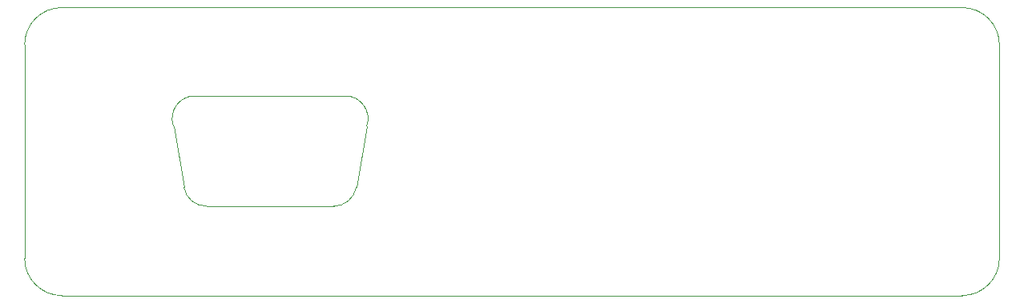
<source format=gbr>
G04 #@! TF.GenerationSoftware,KiCad,Pcbnew,(5.1.5-0)*
G04 #@! TF.CreationDate,2020-11-29T11:23:52-07:00*
G04 #@! TF.ProjectId,back_panel,6261636b-5f70-4616-9e65-6c2e6b696361,rev?*
G04 #@! TF.SameCoordinates,Original*
G04 #@! TF.FileFunction,Profile,NP*
%FSLAX46Y46*%
G04 Gerber Fmt 4.6, Leading zero omitted, Abs format (unit mm)*
G04 Created by KiCad (PCBNEW (5.1.5-0)) date 2020-11-29 11:23:52*
%MOMM*%
%LPD*%
G04 APERTURE LIST*
%ADD10C,0.120000*%
%ADD11C,0.050000*%
G04 APERTURE END LIST*
D10*
X111794738Y-108640848D02*
G75*
G02X114050000Y-105420000I2255262J820848D01*
G01*
X112901461Y-115116756D02*
G75*
G03X115265000Y-117100000I2363539J416756D01*
G01*
X132205262Y-108640848D02*
G75*
G03X129950000Y-105420000I-2255262J820848D01*
G01*
X131098539Y-115116756D02*
G75*
G02X128735000Y-117100000I-2363539J416756D01*
G01*
X111794738Y-108640848D02*
X112901461Y-115116756D01*
X132205262Y-108640848D02*
X131098539Y-115116756D01*
X114050000Y-105420000D02*
X129950000Y-105420000D01*
X128735000Y-117100000D02*
X115265000Y-117100000D01*
D11*
X100000000Y-96065000D02*
G75*
G03X96065000Y-100000000I0J-3935000D01*
G01*
X100000000Y-96065000D02*
X195130000Y-96065000D01*
X199065000Y-100000000D02*
G75*
G03X195130000Y-96065000I-3935000J0D01*
G01*
X199065000Y-100000000D02*
X199065000Y-122630000D01*
X195130000Y-126565000D02*
G75*
G03X199065000Y-122630000I0J3935000D01*
G01*
X195130000Y-126565000D02*
X100000000Y-126565000D01*
X96065000Y-122630000D02*
G75*
G03X100000000Y-126565000I3935000J0D01*
G01*
X96065000Y-122630000D02*
X96065000Y-100000000D01*
M02*

</source>
